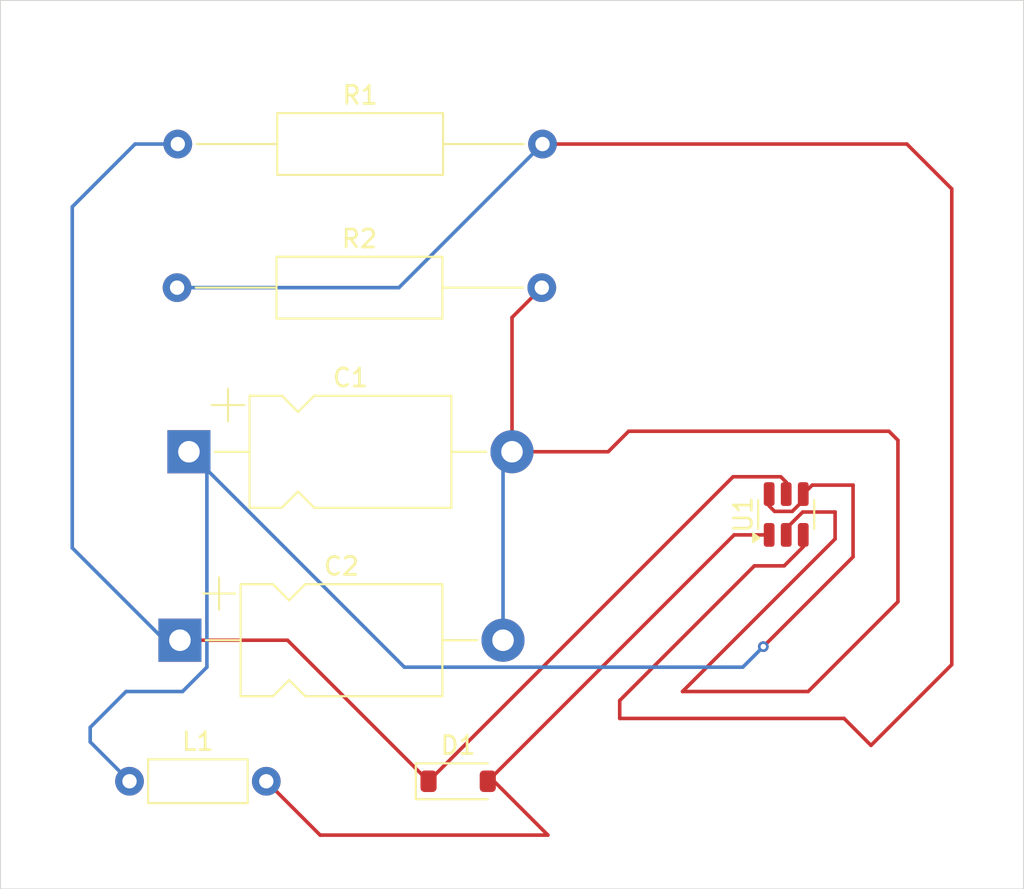
<source format=kicad_pcb>
(kicad_pcb (version 20241229) (generator "pcbnew") (generator_version "9.0")
  (layers (0 "F.Cu" signal) (2 "B.Cu" signal) (13 "F.Paste" user) (15 "B.Paste" user) (5 "F.SilkS" user "F.Silkscreen") (7 "B.SilkS" user "B.Silkscreen") (1 "F.Mask" user) (3 "B.Mask" user) (25 "Edge.Cuts" user))
  (net 0 "")
  (net 1 "GND")
  (net 2 "+3.3V")
  (net 3 "Net-(D1-K)")
  (net 4 "Net-(D1-A)")
  (net 5 "Net-(U1-FB)")
  (footprint "Package_TO_SOT_SMD:TSOT-23-6" (layer "F.Cu") (at 166.775 98.6375 90)
    (property "Reference" "U1" (at 0 -2.4 90) (layer "F.SilkS"))
    (property "Value" "LTC3429")
    (fp_line (start 0 -1.56) (end 0.8 -1.56) (stroke (width 0.12)) (layer "F.SilkS"))
    (fp_line (start 0 -1.56) (end -0.8 -1.56) (stroke (width 0.12)) (layer "F.SilkS"))
    (fp_line (start 0 1.56) (end 0.8 1.56) (stroke (width 0.12)) (layer "F.SilkS"))
    (fp_line (start 0 1.56) (end -0.8 1.56) (stroke (width 0.12)) (layer "F.SilkS"))
    (fp_poly (pts (xy -1.3 -1.51) (xy -1.54 -1.84) (xy -1.06 -1.84) (xy -1.3 -1.51)) (stroke (width 0.12)) (fill yes) (layer "F.SilkS"))
    (pad "1" smd roundrect (at -1.1375 -0.95 90) (size 1.325 0.6) (layers "F.Cu" "F.Mask" "F.Paste") (net 4 "Net-(D1-A)"))
    (pad "2" smd roundrect (at -1.1375 0 90) (size 1.325 0.6) (layers "F.Cu" "F.Mask" "F.Paste") (net 1 "GND"))
    (pad "3" smd roundrect (at -1.1375 0.95 90) (size 1.325 0.6) (layers "F.Cu" "F.Mask" "F.Paste") (net 5 "Net-(U1-FB)"))
    (pad "4" smd roundrect (at 1.1375 0.95 90) (size 1.325 0.6) (layers "F.Cu" "F.Mask" "F.Paste") (net 2 "+3.3V"))
    (pad "5" smd roundrect (at 1.1375 0 90) (size 1.325 0.6) (layers "F.Cu" "F.Mask" "F.Paste") (net 3 "Net-(D1-K)"))
    (pad "6" smd roundrect (at 1.1375 -0.95 90) (size 1.325 0.6) (layers "F.Cu" "F.Mask" "F.Paste") (net 2 "+3.3V"))
  )
  (footprint "Capacitor_THT:CP_Axial_L11.0mm_D6.0mm_P18.00mm_Horizontal" (layer "F.Cu") (at 133.5 95.1425)
    (property "Reference" "C1" (at 9 -4.12 0) (layer "F.SilkS"))
    (property "Value" "C")
    (fp_line (start 1.28 -2.6) (end 3.08 -2.6) (stroke (width 0.12)) (layer "F.SilkS"))
    (fp_line (start 1.44 0) (end 3.38 0) (stroke (width 0.12)) (layer "F.SilkS"))
    (fp_line (start 2.18 -3.5) (end 2.18 -1.7) (stroke (width 0.12)) (layer "F.SilkS"))
    (fp_line (start 3.38 -3.12) (end 3.38 3.12) (stroke (width 0.12)) (layer "F.SilkS"))
    (fp_line (start 3.38 -3.12) (end 5.18 -3.12) (stroke (width 0.12)) (layer "F.SilkS"))
    (fp_line (start 3.38 3.12) (end 5.18 3.12) (stroke (width 0.12)) (layer "F.SilkS"))
    (fp_line (start 5.18 -3.12) (end 6.08 -2.22) (stroke (width 0.12)) (layer "F.SilkS"))
    (fp_line (start 5.18 3.12) (end 6.08 2.22) (stroke (width 0.12)) (layer "F.SilkS"))
    (fp_line (start 6.08 -2.22) (end 6.98 -3.12) (stroke (width 0.12)) (layer "F.SilkS"))
    (fp_line (start 6.08 2.22) (end 6.98 3.12) (stroke (width 0.12)) (layer "F.SilkS"))
    (fp_line (start 6.98 -3.12) (end 14.62 -3.12) (stroke (width 0.12)) (layer "F.SilkS"))
    (fp_line (start 6.98 3.12) (end 14.62 3.12) (stroke (width 0.12)) (layer "F.SilkS"))
    (fp_line (start 14.62 -3.12) (end 14.62 3.12) (stroke (width 0.12)) (layer "F.SilkS"))
    (fp_line (start 16.56 0) (end 14.62 0) (stroke (width 0.12)) (layer "F.SilkS"))
    (pad "1" thru_hole rect (at 0 0) (size 2.4 2.4) (drill 1.2) (layers "*.Cu" "*.Mask") (net 2 "+3.3V"))
    (pad "2" thru_hole oval (at 18 0) (size 2.4 2.4) (drill 1.2) (layers "*.Cu" "*.Mask") (net 1 "GND"))
  )
  (footprint "Resistor_THT:R_Axial_DIN0309_L9.0mm_D3.2mm_P20.32mm_Horizontal" (layer "F.Cu") (at 132.88 78)
    (property "Reference" "R1" (at 10.16 -2.72 0) (layer "F.SilkS"))
    (property "Value" "R")
    (fp_line (start 1.04 0) (end 5.54 0) (stroke (width 0.12)) (layer "F.SilkS"))
    (fp_line (start 5.54 -1.72) (end 5.54 1.72) (stroke (width 0.12)) (layer "F.SilkS"))
    (fp_line (start 5.54 1.72) (end 14.78 1.72) (stroke (width 0.12)) (layer "F.SilkS"))
    (fp_line (start 14.78 -1.72) (end 5.54 -1.72) (stroke (width 0.12)) (layer "F.SilkS"))
    (fp_line (start 14.78 1.72) (end 14.78 -1.72) (stroke (width 0.12)) (layer "F.SilkS"))
    (fp_line (start 19.28 0) (end 14.78 0) (stroke (width 0.12)) (layer "F.SilkS"))
    (pad "1" thru_hole circle (at 0 0) (size 1.6 1.6) (drill 0.8) (layers "*.Cu" "*.Mask") (net 3 "Net-(D1-K)"))
    (pad "2" thru_hole oval (at 20.32 0) (size 1.6 1.6) (drill 0.8) (layers "*.Cu" "*.Mask") (net 5 "Net-(U1-FB)"))
  )
  (footprint "Diode_SMD:D_SOD-123" (layer "F.Cu") (at 148.5 113.5)
    (property "Reference" "D1" (at 0 -2 0) (layer "F.SilkS"))
    (property "Value" "MBR0520")
    (fp_line (start -2.36 -1) (end -2.36 1) (stroke (width 0.12)) (layer "F.SilkS"))
    (fp_line (start -2.36 -1) (end 1.65 -1) (stroke (width 0.12)) (layer "F.SilkS"))
    (fp_line (start -2.36 1) (end 1.65 1) (stroke (width 0.12)) (layer "F.SilkS"))
    (pad "1" smd roundrect (at -1.65 0) (size 0.9 1.2) (layers "F.Cu" "F.Mask" "F.Paste") (net 3 "Net-(D1-K)"))
    (pad "2" smd roundrect (at 1.65 0) (size 0.9 1.2) (layers "F.Cu" "F.Mask" "F.Paste") (net 4 "Net-(D1-A)"))
  )
  (footprint "Capacitor_THT:CP_Axial_L11.0mm_D6.0mm_P18.00mm_Horizontal" (layer "F.Cu") (at 133 105.6425)
    (property "Reference" "C2" (at 9 -4.12 0) (layer "F.SilkS"))
    (property "Value" "C")
    (fp_line (start 1.28 -2.6) (end 3.08 -2.6) (stroke (width 0.12)) (layer "F.SilkS"))
    (fp_line (start 1.44 0) (end 3.38 0) (stroke (width 0.12)) (layer "F.SilkS"))
    (fp_line (start 2.18 -3.5) (end 2.18 -1.7) (stroke (width 0.12)) (layer "F.SilkS"))
    (fp_line (start 3.38 -3.12) (end 3.38 3.12) (stroke (width 0.12)) (layer "F.SilkS"))
    (fp_line (start 3.38 -3.12) (end 5.18 -3.12) (stroke (width 0.12)) (layer "F.SilkS"))
    (fp_line (start 3.38 3.12) (end 5.18 3.12) (stroke (width 0.12)) (layer "F.SilkS"))
    (fp_line (start 5.18 -3.12) (end 6.08 -2.22) (stroke (width 0.12)) (layer "F.SilkS"))
    (fp_line (start 5.18 3.12) (end 6.08 2.22) (stroke (width 0.12)) (layer "F.SilkS"))
    (fp_line (start 6.08 -2.22) (end 6.98 -3.12) (stroke (width 0.12)) (layer "F.SilkS"))
    (fp_line (start 6.08 2.22) (end 6.98 3.12) (stroke (width 0.12)) (layer "F.SilkS"))
    (fp_line (start 6.98 -3.12) (end 14.62 -3.12) (stroke (width 0.12)) (layer "F.SilkS"))
    (fp_line (start 6.98 3.12) (end 14.62 3.12) (stroke (width 0.12)) (layer "F.SilkS"))
    (fp_line (start 14.62 -3.12) (end 14.62 3.12) (stroke (width 0.12)) (layer "F.SilkS"))
    (fp_line (start 16.56 0) (end 14.62 0) (stroke (width 0.12)) (layer "F.SilkS"))
    (pad "1" thru_hole rect (at 0 0) (size 2.4 2.4) (drill 1.2) (layers "*.Cu" "*.Mask") (net 3 "Net-(D1-K)"))
    (pad "2" thru_hole oval (at 18 0) (size 2.4 2.4) (drill 1.2) (layers "*.Cu" "*.Mask") (net 1 "GND"))
  )
  (footprint "Resistor_THT:R_Axial_DIN0309_L9.0mm_D3.2mm_P20.32mm_Horizontal" (layer "F.Cu") (at 132.84 86)
    (property "Reference" "R2" (at 10.16 -2.72 0) (layer "F.SilkS"))
    (property "Value" "R")
    (fp_line (start 1.04 0) (end 5.54 0) (stroke (width 0.12)) (layer "F.SilkS"))
    (fp_line (start 5.54 -1.72) (end 5.54 1.72) (stroke (width 0.12)) (layer "F.SilkS"))
    (fp_line (start 5.54 1.72) (end 14.78 1.72) (stroke (width 0.12)) (layer "F.SilkS"))
    (fp_line (start 14.78 -1.72) (end 5.54 -1.72) (stroke (width 0.12)) (layer "F.SilkS"))
    (fp_line (start 14.78 1.72) (end 14.78 -1.72) (stroke (width 0.12)) (layer "F.SilkS"))
    (fp_line (start 19.28 0) (end 14.78 0) (stroke (width 0.12)) (layer "F.SilkS"))
    (pad "1" thru_hole circle (at 0 0) (size 1.6 1.6) (drill 0.8) (layers "*.Cu" "*.Mask") (net 5 "Net-(U1-FB)"))
    (pad "2" thru_hole oval (at 20.32 0) (size 1.6 1.6) (drill 0.8) (layers "*.Cu" "*.Mask") (net 1 "GND"))
  )
  (footprint "Inductor_THT:L_Axial_L5.3mm_D2.2mm_P7.62mm_Horizontal_Vishay_IM-1" (layer "F.Cu") (at 130.19 113.5)
    (property "Reference" "L1" (at 3.81 -2.22 0) (layer "F.SilkS"))
    (property "Value" "L")
    (fp_line (start 1.04 -1.22) (end 1.04 1.22) (stroke (width 0.12)) (layer "F.SilkS"))
    (fp_line (start 1.04 1.22) (end 6.58 1.22) (stroke (width 0.12)) (layer "F.SilkS"))
    (fp_line (start 6.58 -1.22) (end 1.04 -1.22) (stroke (width 0.12)) (layer "F.SilkS"))
    (fp_line (start 6.58 1.22) (end 6.58 -1.22) (stroke (width 0.12)) (layer "F.SilkS"))
    (pad "1" thru_hole circle (at 0 0) (size 1.6 1.6) (drill 0.8) (layers "*.Cu" "*.Mask") (net 2 "+3.3V"))
    (pad "2" thru_hole oval (at 7.62 0) (size 1.6 1.6) (drill 0.8) (layers "*.Cu" "*.Mask") (net 4 "Net-(D1-A)"))
  )
  (gr_rect (start 123 70) (end 180 119.5) (stroke (width 0.05)) (fill no) (layer "Edge.Cuts"))
  (segment (start 151.5 95.1425) (end 156.8575 95.1425) (width 0.2) (layer "F.Cu") (net 1))
  (segment (start 168 108.5) (end 161 108.5) (width 0.2) (layer "F.Cu") (net 1))
  (segment (start 158 94) (end 172.5 94) (width 0.2) (layer "F.Cu") (net 1))
  (segment (start 172.5 94) (end 173 94.5) (width 0.2) (layer "F.Cu") (net 1))
  (segment (start 167.695532 98.5) (end 166.775 99.420532) (width 0.2) (layer "F.Cu") (net 1))
  (segment (start 169.5 100) (end 169.5 98.5) (width 0.2) (layer "F.Cu") (net 1))
  (segment (start 161 108.5) (end 169.5 100) (width 0.2) (layer "F.Cu") (net 1))
  (segment (start 166.775 99.420532) (end 166.775 99.775) (width 0.2) (layer "F.Cu") (net 1))
  (segment (start 173 94.5) (end 173 103.5) (width 0.2) (layer "F.Cu") (net 1))
  (segment (start 156.8575 95.1425) (end 158 94) (width 0.2) (layer "F.Cu") (net 1))
  (segment (start 173 103.5) (end 168 108.5) (width 0.2) (layer "F.Cu") (net 1))
  (segment (start 151.5 95.1425) (end 151.5 87.66) (width 0.2) (layer "F.Cu") (net 1))
  (segment (start 169.5 98.5) (end 167.695532 98.5) (width 0.2) (layer "F.Cu") (net 1))
  (segment (start 151.5 87.66) (end 153.16 86) (width 0.2) (layer "F.Cu") (net 1))
  (segment (start 151 95.6425) (end 151.5 95.1425) (width 0.2) (layer "B.Cu") (net 1))
  (segment (start 151 105.6425) (end 151 95.6425) (width 0.2) (layer "B.Cu") (net 1))
  (segment (start 165.825 98.162499) (end 165.825 97.5) (width 0.2) (layer "F.Cu") (net 2))
  (segment (start 167.115968 98.4635) (end 166.126001 98.4635) (width 0.2) (layer "F.Cu") (net 2))
  (segment (start 170.5 97) (end 168.225 97) (width 0.2) (layer "F.Cu") (net 2))
  (segment (start 168.225 97) (end 167.725 97.5) (width 0.2) (layer "F.Cu") (net 2))
  (segment (start 167.725 97.5) (end 167.725 97.854468) (width 0.2) (layer "F.Cu") (net 2))
  (segment (start 166.126001 98.4635) (end 165.825 98.162499) (width 0.2) (layer "F.Cu") (net 2))
  (segment (start 167.725 97.854468) (end 167.115968 98.4635) (width 0.2) (layer "F.Cu") (net 2))
  (segment (start 165.5 106) (end 170.5 101) (width 0.2) (layer "F.Cu") (net 2))
  (segment (start 170.5 101) (end 170.5 97) (width 0.2) (layer "F.Cu") (net 2))
  (via (at 165.5 106) (size 0.6) (drill 0.3) (layers "F.Cu" "B.Cu") (net 2))
  (segment (start 133.5 95.1425) (end 145.501 107.1435) (width 0.2) (layer "B.Cu") (net 2))
  (segment (start 130 108.5) (end 128 110.5) (width 0.2) (layer "B.Cu") (net 2))
  (segment (start 128 110.5) (end 128 111.31) (width 0.2) (layer "B.Cu") (net 2))
  (segment (start 133.1445 108.5) (end 130 108.5) (width 0.2) (layer "B.Cu") (net 2))
  (segment (start 134.501 96.1435) (end 134.501 107.1435) (width 0.2) (layer "B.Cu") (net 2))
  (segment (start 134.501 107.1435) (end 133.1445 108.5) (width 0.2) (layer "B.Cu") (net 2))
  (segment (start 128 111.31) (end 130.19 113.5) (width 0.2) (layer "B.Cu") (net 2))
  (segment (start 164.3565 107.1435) (end 165.5 106) (width 0.2) (layer "B.Cu") (net 2))
  (segment (start 145.501 107.1435) (end 164.3565 107.1435) (width 0.2) (layer "B.Cu") (net 2))
  (segment (start 133.5 95.1425) (end 134.501 96.1435) (width 0.2) (layer "B.Cu") (net 2))
  (segment (start 163.8135 96.5365) (end 166.473999 96.5365) (width 0.2) (layer "F.Cu") (net 3))
  (segment (start 166.473999 96.5365) (end 166.775 96.837501) (width 0.2) (layer "F.Cu") (net 3))
  (segment (start 138.9925 105.6425) (end 146.85 113.5) (width 0.2) (layer "F.Cu") (net 3))
  (segment (start 133 105.6425) (end 138.9925 105.6425) (width 0.2) (layer "F.Cu") (net 3))
  (segment (start 166.775 96.837501) (end 166.775 97.5) (width 0.2) (layer "F.Cu") (net 3))
  (segment (start 146.85 113.5) (end 163.8135 96.5365) (width 0.2) (layer "F.Cu") (net 3))
  (segment (start 130.5 78) (end 127 81.5) (width 0.2) (layer "B.Cu") (net 3))
  (segment (start 132.88 78) (end 130.5 78) (width 0.2) (layer "B.Cu") (net 3))
  (segment (start 127 100.5) (end 132.1425 105.6425) (width 0.2) (layer "B.Cu") (net 3))
  (segment (start 127 81.5) (end 127 100.5) (width 0.2) (layer "B.Cu") (net 3))
  (segment (start 132.1425 105.6425) (end 133 105.6425) (width 0.2) (layer "B.Cu") (net 3))
  (segment (start 153.5 116.5) (end 150.5 113.5) (width 0.2) (layer "F.Cu") (net 4))
  (segment (start 150.15 113.5) (end 163.875 99.775) (width 0.2) (layer "F.Cu") (net 4))
  (segment (start 140.81 116.5) (end 153.5 116.5) (width 0.2) (layer "F.Cu") (net 4))
  (segment (start 150.5 113.5) (end 150.15 113.5) (width 0.2) (layer "F.Cu") (net 4))
  (segment (start 163.875 99.775) (end 165.825 99.775) (width 0.2) (layer "F.Cu") (net 4))
  (segment (start 137.81 113.5) (end 140.81 116.5) (width 0.2) (layer "F.Cu") (net 4))
  (segment (start 173.5 78) (end 176 80.5) (width 0.2) (layer "F.Cu") (net 5))
  (segment (start 176 107) (end 171.5 111.5) (width 0.2) (layer "F.Cu") (net 5))
  (segment (start 176 80.5) (end 176 107) (width 0.2) (layer "F.Cu") (net 5))
  (segment (start 170 110) (end 157.5 110) (width 0.2) (layer "F.Cu") (net 5))
  (segment (start 157.5 109) (end 165 101.5) (width 0.2) (layer "F.Cu") (net 5))
  (segment (start 153.2 78) (end 173.5 78) (width 0.2) (layer "F.Cu") (net 5))
  (segment (start 166.662499 101.5) (end 167.725 100.437499) (width 0.2) (layer "F.Cu") (net 5))
  (segment (start 157.5 110) (end 157.5 109) (width 0.2) (layer "F.Cu") (net 5))
  (segment (start 171.5 111.5) (end 170 110) (width 0.2) (layer "F.Cu") (net 5))
  (segment (start 165 101.5) (end 166.662499 101.5) (width 0.2) (layer "F.Cu") (net 5))
  (segment (start 167.725 100.437499) (end 167.725 99.775) (width 0.2) (layer "F.Cu") (net 5))
  (segment (start 145.2 86) (end 153.2 78) (width 0.2) (layer "B.Cu") (net 5))
  (segment (start 132.84 86) (end 145.2 86) (width 0.2) (layer "B.Cu") (net 5))
)
</source>
